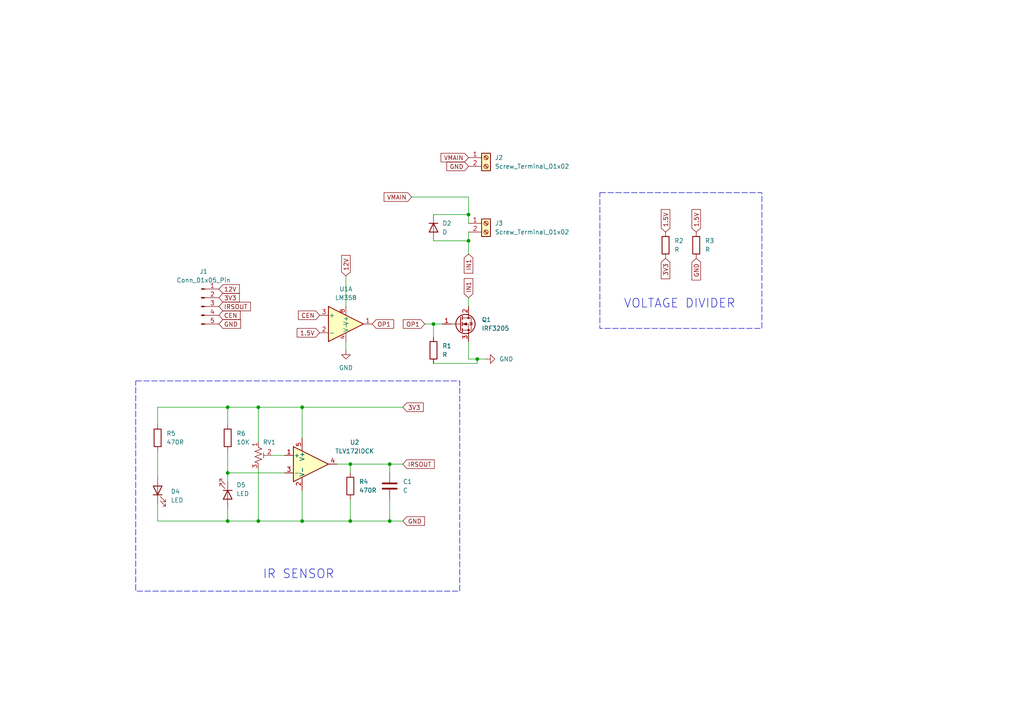
<source format=kicad_sch>
(kicad_sch (version 20231120) (generator "eeschema") (generator_version "8.0")
  (paper "A4")
  (lib_symbols
    (symbol "Amplifier_Operational:TLV172IDCK" (pin_names (offset 0.127))
      (property "Reference" "U" (at 7.62 2.54 0))
      (property "Value" "TLV172IDCK" (at 11.43 -2.54 0))
      (symbol "TLV172IDCK_0_1"
        (polyline (pts (xy -2.54 5.08) (xy -2.54 -5.08) (xy 7.62 0) (xy -2.54 5.08)) (stroke (width 0.254)) (fill (type background)))
      )
      (symbol "TLV172IDCK_1_1"
        (pin input line (at -5.08 2.54 0) (length 2.54) (name "+") (number "1"))
        (pin power_in line (at 0 -7.62 90) (length 3.81) (name "V-") (number "2"))
        (pin input line (at -5.08 -2.54 0) (length 2.54) (name "-") (number "3"))
        (pin output line (at 10.16 0 180) (length 2.54) (name "~") (number "4"))
        (pin power_in line (at 0 7.62 270) (length 3.81) (name "V+") (number "5"))
      )
    )
    (symbol "Connector:Conn_01x05_Pin" (pin_names (offset 1.016) hide)
      (property "Reference" "J" (at 0 7.62 0))
      (property "Value" "Conn_01x05_Pin" (at 0 -7.62 0))
      (symbol "Conn_01x05_Pin_1_1"
        (polyline (pts (xy 1.27 -5.08) (xy 0.8636 -5.08)) (stroke (width 0.1524)))
        (polyline (pts (xy 1.27 -2.54) (xy 0.8636 -2.54)) (stroke (width 0.1524)))
        (polyline (pts (xy 1.27 0) (xy 0.8636 0)) (stroke (width 0.1524)))
        (polyline (pts (xy 1.27 2.54) (xy 0.8636 2.54)) (stroke (width 0.1524)))
        (polyline (pts (xy 1.27 5.08) (xy 0.8636 5.08)) (stroke (width 0.1524)))
        (rectangle (start 0.8636 -4.953) (end 0 -5.207) (stroke (width 0.1524)) (fill (type outline)))
        (rectangle (start 0.8636 -2.413) (end 0 -2.667) (stroke (width 0.1524)) (fill (type outline)))
        (rectangle (start 0.8636 0.127) (end 0 -0.127) (stroke (width 0.1524)) (fill (type outline)))
        (rectangle (start 0.8636 2.667) (end 0 2.413) (stroke (width 0.1524)) (fill (type outline)))
        (rectangle (start 0.8636 5.207) (end 0 4.953) (stroke (width 0.1524)) (fill (type outline)))
        (pin passive line (at 5.08 5.08 180) (length 3.81) (name "Pin_1") (number "1"))
        (pin passive line (at 5.08 2.54 180) (length 3.81) (name "Pin_2") (number "2"))
        (pin passive line (at 5.08 0 180) (length 3.81) (name "Pin_3") (number "3"))
        (pin passive line (at 5.08 -2.54 180) (length 3.81) (name "Pin_4") (number "4"))
        (pin passive line (at 5.08 -5.08 180) (length 3.81) (name "Pin_5") (number "5"))
      )
    )
    (symbol "Connector:Screw_Terminal_01x02" (pin_names (offset 1.016) hide)
      (property "Reference" "J" (at 0 2.54 0))
      (property "Value" "Screw_Terminal_01x02" (at 0 -5.08 0))
      (symbol "Screw_Terminal_01x02_1_1"
        (rectangle (start -1.27 1.27) (end 1.27 -3.81) (stroke (width 0.254)) (fill (type background)))
        (circle (center 0 -2.54) (radius 0.635) (stroke (width 0.1524)))
        (polyline (pts (xy -0.5334 -2.2098) (xy 0.3302 -3.048)) (stroke (width 0.1524)))
        (polyline (pts (xy -0.5334 0.3302) (xy 0.3302 -0.508)) (stroke (width 0.1524)))
        (polyline (pts (xy -0.3556 -2.032) (xy 0.508 -2.8702)) (stroke (width 0.1524)))
        (polyline (pts (xy -0.3556 0.508) (xy 0.508 -0.3302)) (stroke (width 0.1524)))
        (circle (center 0 0) (radius 0.635) (stroke (width 0.1524)))
        (pin passive line (at -5.08 0 0) (length 3.81) (name "Pin_1") (number "1"))
        (pin passive line (at -5.08 -2.54 0) (length 3.81) (name "Pin_2") (number "2"))
      )
    )
    (symbol "Device:C" (pin_numbers hide) (pin_names (offset 0.254))
      (property "Reference" "C" (at 0.635 2.54 0))
      (property "Value" "C" (at 0.635 -2.54 0))
      (symbol "C_0_1"
        (polyline (pts (xy -2.032 -0.762) (xy 2.032 -0.762)) (stroke (width 0.508)))
        (polyline (pts (xy -2.032 0.762) (xy 2.032 0.762)) (stroke (width 0.508)))
      )
      (symbol "C_1_1"
        (pin passive line (at 0 3.81 270) (length 2.794) (name "~") (number "1"))
        (pin passive line (at 0 -3.81 90) (length 2.794) (name "~") (number "2"))
      )
    )
    (symbol "Device:D" (pin_numbers hide) (pin_names (offset 1.016) hide)
      (property "Reference" "D" (at 0 2.54 0))
      (property "Value" "D" (at 0 -2.54 0))
      (symbol "D_0_1"
        (polyline (pts (xy -1.27 1.27) (xy -1.27 -1.27)) (stroke (width 0.254)))
        (polyline (pts (xy 1.27 0) (xy -1.27 0)))
        (polyline (pts (xy 1.27 1.27) (xy 1.27 -1.27) (xy -1.27 0) (xy 1.27 1.27)) (stroke (width 0.254)))
      )
      (symbol "D_1_1"
        (pin passive line (at -3.81 0 0) (length 2.54) (name "K") (number "1"))
        (pin passive line (at 3.81 0 180) (length 2.54) (name "A") (number "2"))
      )
    )
    (symbol "Device:LED" (pin_numbers hide) (pin_names (offset 1.016) hide)
      (property "Reference" "D" (at 0 2.54 0))
      (property "Value" "LED" (at 0 -2.54 0))
      (symbol "LED_0_1"
        (polyline (pts (xy -1.27 -1.27) (xy -1.27 1.27)) (stroke (width 0.254)))
        (polyline (pts (xy -1.27 0) (xy 1.27 0)))
        (polyline (pts (xy 1.27 -1.27) (xy 1.27 1.27) (xy -1.27 0) (xy 1.27 -1.27)) (stroke (width 0.254)))
        (polyline (pts (xy -3.048 -0.762) (xy -4.572 -2.286) (xy -3.81 -2.286) (xy -4.572 -2.286) (xy -4.572 -1.524)))
        (polyline (pts (xy -1.778 -0.762) (xy -3.302 -2.286) (xy -2.54 -2.286) (xy -3.302 -2.286) (xy -3.302 -1.524)))
      )
      (symbol "LED_1_1"
        (pin passive line (at -3.81 0 0) (length 2.54) (name "K") (number "1"))
        (pin passive line (at 3.81 0 180) (length 2.54) (name "A") (number "2"))
      )
    )
    (symbol "Device:R" (pin_numbers hide) (pin_names (offset 0))
      (property "Reference" "R" (at 2.032 0 90))
      (property "Value" "R" (at 0 0 90))
      (symbol "R_0_1"
        (rectangle (start -1.016 -2.54) (end 1.016 2.54) (stroke (width 0.254)))
      )
      (symbol "R_1_1"
        (pin passive line (at 0 3.81 270) (length 1.27) (name "~") (number "1"))
        (pin passive line (at 0 -3.81 90) (length 1.27) (name "~") (number "2"))
      )
    )
    (symbol "Device:R_Potentiometer_Trim_US" (pin_names (offset 1.016) hide)
      (property "Reference" "RV" (at -4.445 0 90))
      (property "Value" "R_Potentiometer_Trim_US" (at -2.54 0 90))
      (symbol "R_Potentiometer_Trim_US_0_1"
        (polyline (pts (xy 0 -2.286) (xy 0 -2.54)))
        (polyline (pts (xy 0 2.286) (xy 0 2.54)))
        (polyline (pts (xy 1.524 0.762) (xy 1.524 -0.762)))
        (polyline (pts (xy 2.54 0) (xy 1.524 0)))
        (polyline (pts (xy 0 -0.762) (xy 1.016 -1.143) (xy 0 -1.524) (xy -1.016 -1.905) (xy 0 -2.286)))
        (polyline (pts (xy 0 0.762) (xy 1.016 0.381) (xy 0 0) (xy -1.016 -0.381) (xy 0 -0.762)))
        (polyline (pts (xy 0 2.286) (xy 1.016 1.905) (xy 0 1.524) (xy -1.016 1.143) (xy 0 0.762)))
      )
      (symbol "R_Potentiometer_Trim_US_1_1"
        (pin passive line (at 0 3.81 270) (length 1.27) (name "1") (number "1"))
        (pin passive line (at 3.81 0 180) (length 1.27) (name "2") (number "2"))
        (pin passive line (at 0 -3.81 90) (length 1.27) (name "3") (number "3"))
      )
    )
    (symbol "LM358_1" (pin_names (offset 0.127))
      (property "Reference" "U2" (at 0 10.16 0))
      (property "Value" "LM358" (at 0 7.62 0))
      (symbol "LM358_1_1_1"
        (polyline (pts (xy -5.08 5.08) (xy 5.08 0) (xy -5.08 -5.08) (xy -5.08 5.08)) (stroke (width 0.254)) (fill (type background)))
        (pin output line (at 7.62 0 180) (length 2.54) (name "~") (number "1"))
        (pin input line (at -7.62 -2.54 0) (length 2.54) (name "-") (number "2"))
        (pin input line (at -7.62 2.54 0) (length 2.54) (name "+") (number "3"))
        (pin power_in line (at 0 -5.08 90) (length 2.54) (name "V-") (number "4"))
        (pin power_in line (at 0 5.08 270) (length 2.54) (name "V+") (number "8"))
      )
      (symbol "LM358_1_2_1"
        (polyline (pts (xy -5.08 5.08) (xy 5.08 0) (xy -5.08 -5.08) (xy -5.08 5.08)) (stroke (width 0.254)) (fill (type background)))
        (pin input line (at -7.62 2.54 0) (length 2.54) (name "+") (number "5"))
        (pin input line (at -7.62 -2.54 0) (length 2.54) (name "-") (number "6"))
        (pin output line (at 7.62 0 180) (length 2.54) (name "~") (number "7"))
      )
      (symbol "LM358_1_3_1"
        (pin power_in line (at -2.54 -7.62 90) (length 3.81) (name "V-") (number "4"))
        (pin power_in line (at -2.54 7.62 270) (length 3.81) (name "V+") (number "8"))
      )
    )
    (symbol "Transistor_FET:IRF3205" (pin_names hide)
      (property "Reference" "Q" (at 5.08 1.905 0))
      (property "Value" "IRF3205" (at 5.08 0 0))
      (symbol "IRF3205_0_1"
        (polyline (pts (xy 0.254 0) (xy -2.54 0)))
        (polyline (pts (xy 0.254 1.905) (xy 0.254 -1.905)) (stroke (width 0.254)))
        (polyline (pts (xy 0.762 -1.27) (xy 0.762 -2.286)) (stroke (width 0.254)))
        (polyline (pts (xy 0.762 0.508) (xy 0.762 -0.508)) (stroke (width 0.254)))
        (polyline (pts (xy 0.762 2.286) (xy 0.762 1.27)) (stroke (width 0.254)))
        (polyline (pts (xy 2.54 2.54) (xy 2.54 1.778)))
        (polyline (pts (xy 2.54 -2.54) (xy 2.54 0) (xy 0.762 0)))
        (polyline (pts (xy 0.762 -1.778) (xy 3.302 -1.778) (xy 3.302 1.778) (xy 0.762 1.778)))
        (polyline (pts (xy 1.016 0) (xy 2.032 0.381) (xy 2.032 -0.381) (xy 1.016 0)) (fill (type outline)))
        (polyline (pts (xy 2.794 0.508) (xy 2.921 0.381) (xy 3.683 0.381) (xy 3.81 0.254)))
        (polyline (pts (xy 3.302 0.381) (xy 2.921 -0.254) (xy 3.683 -0.254) (xy 3.302 0.381)))
        (circle (center 1.651 0) (radius 2.794) (stroke (width 0.254)))
        (circle (center 2.54 -1.778) (radius 0.254) (fill (type outline)))
        (circle (center 2.54 1.778) (radius 0.254) (fill (type outline)))
      )
      (symbol "IRF3205_1_1"
        (pin input line (at -5.08 0 0) (length 2.54) (name "G") (number "1"))
        (pin passive line (at 2.54 5.08 270) (length 2.54) (name "D") (number "2"))
        (pin passive line (at 2.54 -5.08 90) (length 2.54) (name "S") (number "3"))
      )
    )
    (symbol "power:GND" (power) (pin_numbers hide) (pin_names (offset 0) hide)
      (property "Value" "GND" (at 0 -3.81 0))
      (symbol "GND_0_1"
        (polyline (pts (xy 0 0) (xy 0 -1.27) (xy 1.27 -1.27) (xy 0 -2.54) (xy -1.27 -1.27) (xy 0 -1.27)))
      )
      (symbol "GND_1_1"
        (pin power_in line (at 0 0 270) (length 0) (name "~") (number "1"))
      )
    )
  )
  (junction (at 101.6 134.62))
  (junction (at 101.6 151.13))
  (junction (at 66.04 137.16))
  (junction (at 74.93 118.11))
  (junction (at 66.04 118.11))
  (junction (at 66.04 151.13))
  (junction (at 87.63 151.13))
  (junction (at 135.89 62.23))
  (junction (at 74.93 151.13))
  (junction (at 113.03 151.13))
  (junction (at 138.43 104.14))
  (junction (at 113.03 134.62))
  (junction (at 135.89 69.85))
  (junction (at 87.63 118.11))
  (junction (at 125.73 93.98))
  (wire (pts (xy 45.72 151.13) (xy 66.04 151.13)))
  (wire (pts (xy 135.89 57.15) (xy 135.89 62.23)))
  (wire (pts (xy 125.73 105.41) (xy 138.43 105.41)))
  (wire (pts (xy 74.93 118.11) (xy 74.93 128.27)))
  (wire (pts (xy 74.93 135.89) (xy 74.93 151.13)))
  (wire (pts (xy 87.63 151.13) (xy 101.6 151.13)))
  (wire (pts (xy 97.79 134.62) (xy 101.6 134.62)))
  (wire (pts (xy 66.04 139.7) (xy 66.04 137.16)))
  (wire (pts (xy 135.89 86.36) (xy 135.89 88.9)))
  (wire (pts (xy 119.38 57.15) (xy 135.89 57.15)))
  (wire (pts (xy 116.84 118.11) (xy 87.63 118.11)))
  (wire (pts (xy 125.73 93.98) (xy 125.73 97.79)))
  (wire (pts (xy 125.73 69.85) (xy 135.89 69.85)))
  (wire (pts (xy 113.03 144.78) (xy 113.03 151.13)))
  (wire (pts (xy 135.89 62.23) (xy 135.89 64.77)))
  (wire (pts (xy 125.73 62.23) (xy 135.89 62.23)))
  (wire (pts (xy 135.89 69.85) (xy 135.89 73.66)))
  (wire (pts (xy 138.43 104.14) (xy 140.97 104.14)))
  (wire (pts (xy 113.03 151.13) (xy 116.84 151.13)))
  (wire (pts (xy 66.04 130.81) (xy 66.04 137.16)))
  (wire (pts (xy 45.72 146.05) (xy 45.72 151.13)))
  (wire (pts (xy 66.04 118.11) (xy 45.72 118.11)))
  (wire (pts (xy 78.74 132.08) (xy 82.55 132.08)))
  (wire (pts (xy 113.03 134.62) (xy 113.03 137.16)))
  (wire (pts (xy 45.72 118.11) (xy 45.72 123.19)))
  (wire (pts (xy 101.6 151.13) (xy 113.03 151.13)))
  (wire (pts (xy 101.6 134.62) (xy 101.6 137.16)))
  (wire (pts (xy 135.89 67.31) (xy 135.89 69.85)))
  (wire (pts (xy 135.89 104.14) (xy 138.43 104.14)))
  (wire (pts (xy 74.93 151.13) (xy 87.63 151.13)))
  (wire (pts (xy 113.03 134.62) (xy 116.84 134.62)))
  (wire (pts (xy 87.63 118.11) (xy 74.93 118.11)))
  (wire (pts (xy 66.04 118.11) (xy 66.04 123.19)))
  (wire (pts (xy 66.04 151.13) (xy 74.93 151.13)))
  (wire (pts (xy 74.93 118.11) (xy 66.04 118.11)))
  (wire (pts (xy 101.6 144.78) (xy 101.6 151.13)))
  (wire (pts (xy 66.04 147.32) (xy 66.04 151.13)))
  (wire (pts (xy 87.63 118.11) (xy 87.63 127)))
  (wire (pts (xy 125.73 93.98) (xy 128.27 93.98)))
  (wire (pts (xy 100.33 101.6) (xy 100.33 99.06)))
  (wire (pts (xy 100.33 80.01) (xy 100.33 88.9)))
  (wire (pts (xy 138.43 105.41) (xy 138.43 104.14)))
  (wire (pts (xy 101.6 134.62) (xy 113.03 134.62)))
  (wire (pts (xy 66.04 137.16) (xy 82.55 137.16)))
  (wire (pts (xy 87.63 142.24) (xy 87.63 151.13)))
  (wire (pts (xy 135.89 99.06) (xy 135.89 104.14)))
  (wire (pts (xy 45.72 130.81) (xy 45.72 138.43)))
  (wire (pts (xy 123.19 93.98) (xy 125.73 93.98)))
  (rectangle (start 173.99 55.88) (end 220.98 95.25) (stroke (width 0) (type dash)))
  (rectangle (start 39.37 110.49) (end 133.35 171.45) (stroke (width 0) (type dash)))
  (text "VOLTAGE DIVIDER" (at 197.104 88.138 0) (effects (font (size 2.54 2.54))))
  (text "IR SENSOR" (at 86.614 166.624 0) (effects (font (size 2.54 2.54))))
  (global_label "1.5V" (shape input) (at 193.04 67.31 90) (property "Intersheetrefs" "${INTERSHEET_REFS}" (effects (hide yes))))
  (global_label "12V" (shape input) (at 63.5 83.82 0) (property "Intersheetrefs" "${INTERSHEET_REFS}" (effects (hide yes))))
  (global_label "OP1" (shape input) (at 123.19 93.98 180) (property "Intersheetrefs" "${INTERSHEET_REFS}" (effects (hide yes))))
  (global_label "GND" (shape input) (at 116.84 151.13 0) (property "Intersheetrefs" "${INTERSHEET_REFS}" (effects (hide yes))))
  (global_label "3V3" (shape input) (at 63.5 86.36 0) (property "Intersheetrefs" "${INTERSHEET_REFS}" (effects (hide yes))))
  (global_label "OP1" (shape input) (at 107.95 93.98 0) (property "Intersheetrefs" "${INTERSHEET_REFS}" (effects (hide yes))))
  (global_label "IRSOUT" (shape input) (at 116.84 134.62 0) (property "Intersheetrefs" "${INTERSHEET_REFS}" (effects (hide yes))))
  (global_label "GND" (shape input) (at 135.89 48.26 180) (property "Intersheetrefs" "${INTERSHEET_REFS}" (effects (hide yes))))
  (global_label "CEN" (shape input) (at 92.71 91.44 180) (property "Intersheetrefs" "${INTERSHEET_REFS}" (effects (hide yes))))
  (global_label "3V3" (shape input) (at 193.04 74.93 270) (property "Intersheetrefs" "${INTERSHEET_REFS}" (effects (hide yes))))
  (global_label "VMAIN" (shape input) (at 119.38 57.15 180) (property "Intersheetrefs" "${INTERSHEET_REFS}" (effects (hide yes))))
  (global_label "GND" (shape input) (at 201.93 74.93 270) (property "Intersheetrefs" "${INTERSHEET_REFS}" (effects (hide yes))))
  (global_label "12V" (shape input) (at 100.33 80.01 90) (property "Intersheetrefs" "${INTERSHEET_REFS}" (effects (hide yes))))
  (global_label "3V3" (shape input) (at 116.84 118.11 0) (property "Intersheetrefs" "${INTERSHEET_REFS}" (effects (hide yes))))
  (global_label "GND" (shape input) (at 63.5 93.98 0) (property "Intersheetrefs" "${INTERSHEET_REFS}" (effects (hide yes))))
  (global_label "1.5V" (shape input) (at 201.93 67.31 90) (property "Intersheetrefs" "${INTERSHEET_REFS}" (effects (hide yes))))
  (global_label "VMAIN" (shape input) (at 135.89 45.72 180) (property "Intersheetrefs" "${INTERSHEET_REFS}" (effects (hide yes))))
  (global_label "IRSOUT" (shape input) (at 63.5 88.9 0) (property "Intersheetrefs" "${INTERSHEET_REFS}" (effects (hide yes))))
  (global_label "IN1" (shape input) (at 135.89 86.36 90) (property "Intersheetrefs" "${INTERSHEET_REFS}" (effects (hide yes))))
  (global_label "IN1" (shape input) (at 135.89 73.66 270) (property "Intersheetrefs" "${INTERSHEET_REFS}" (effects (hide yes))))
  (global_label "CEN" (shape input) (at 63.5 91.44 0) (property "Intersheetrefs" "${INTERSHEET_REFS}" (effects (hide yes))))
  (global_label "1.5V" (shape input) (at 92.71 96.52 180) (property "Intersheetrefs" "${INTERSHEET_REFS}" (effects (hide yes))))
  (symbol (lib_id "Connector:Screw_Terminal_01x02") (at 140.97 45.72 0) (unit 1)
    (property "Reference" "J2" (at 143.51 45.7199 0) (effects (justify left)))
    (property "Value" "Screw_Terminal_01x02" (at 143.51 48.2599 0) (effects (justify left)))
    (property "Footprint" "TerminalBlock:TerminalBlock_Xinya_XY308-2.54-2P_1x02_P2.54mm_Horizontal" (effects (hide yes)))
    (property "Description" "Generic screw terminal, single row, 01x02, script generated (kicad-library-utils/schlib/autogen/connector/)" (effects (hide yes)))
  )
  (symbol (lib_id "Amplifier_Operational:TLV172IDCK") (at 87.63 134.62 0) (unit 1)
    (property "Reference" "U2" (at 102.87 128.3014 0))
    (property "Value" "TLV172IDCK" (at 102.87 130.8414 0))
    (property "Footprint" "Package_TO_SOT_SMD:SOT-353_SC-70-5" (effects (hide yes)))
    (property "Datasheet" "http://www.ti.com/lit/ds/symlink/tlv172.pdf" (effects (hide yes)))
    (property "Description" "Low-power Operational Amplifier, SOT-353" (effects (hide yes)))
  )
  (symbol (lib_id "Device:LED") (at 45.72 142.24 90) (unit 1)
    (property "Reference" "D4" (at 49.53 142.5574 90) (effects (justify right)))
    (property "Value" "LED" (at 49.53 145.0974 90) (effects (justify right)))
    (property "Footprint" "LED_THT:LED_D3.0mm" (effects (hide yes)))
    (property "Description" "Light emitting diode" (effects (hide yes)))
  )
  (symbol (lib_id "Device:R") (at 66.04 127 0) (unit 1)
    (property "Reference" "R6" (at 68.58 125.7299 0) (effects (justify left)))
    (property "Value" "10K" (at 68.58 128.2699 0) (effects (justify left)))
    (property "Footprint" "Resistor_SMD:R_0603_1608Metric" (effects (hide yes)))
    (property "Description" "Resistor" (effects (hide yes)))
  )
  (symbol (lib_id "Device:D") (at 125.73 66.04 270) (unit 1)
    (property "Reference" "D2" (at 128.27 64.7699 90) (effects (justify left)))
    (property "Value" "D" (at 128.27 67.3099 90) (effects (justify left)))
    (property "Footprint" "Diode_SMD:D_0603_1608Metric" (effects (hide yes)))
    (property "Description" "Diode" (effects (hide yes)))
    (property "Sim.Device" "D" (effects (hide yes)))
    (property "Sim.Pins" "1=K 2=A" (effects (hide yes)))
  )
  (symbol (lib_id "power:GND") (at 100.33 101.6 0) (unit 1)
    (property "Reference" "#PWR02" (effects (hide yes)))
    (property "Value" "GND" (at 100.33 106.68 0))
    (property "Description" "Power symbol creates a global label with name \"GND\" , ground" (effects (hide yes)))
  )
  (symbol (lib_id "Connector:Conn_01x05_Pin") (at 58.42 88.9 0) (unit 1)
    (property "Reference" "J1" (at 59.055 78.74 0))
    (property "Value" "Conn_01x05_Pin" (at 59.055 81.28 0))
    (property "Footprint" "Connector_JST:JST_XH_B5B-XH-AM_1x05_P2.50mm_Vertical" (effects (hide yes)))
    (property "Description" "Generic connector, single row, 01x05, script generated" (effects (hide yes)))
  )
  (symbol (lib_id "Connector:Screw_Terminal_01x02") (at 140.97 64.77 0) (unit 1)
    (property "Reference" "J3" (at 143.51 64.7699 0) (effects (justify left)))
    (property "Value" "Screw_Terminal_01x02" (at 143.51 67.3099 0) (effects (justify left)))
    (property "Footprint" "TerminalBlock:TerminalBlock_Xinya_XY308-2.54-2P_1x02_P2.54mm_Horizontal" (effects (hide yes)))
    (property "Description" "Generic screw terminal, single row, 01x02, script generated (kicad-library-utils/schlib/autogen/connector/)" (effects (hide yes)))
  )
  (symbol (lib_id "Device:R") (at 101.6 140.97 0) (unit 1)
    (property "Reference" "R4" (at 104.14 139.6999 0) (effects (justify left)))
    (property "Value" "470R" (at 104.14 142.2399 0) (effects (justify left)))
    (property "Footprint" "Resistor_SMD:R_0603_1608Metric" (effects (hide yes)))
    (property "Description" "Resistor" (effects (hide yes)))
  )
  (symbol (lib_id "Device:LED") (at 66.04 143.51 270) (unit 1)
    (property "Reference" "D5" (at 68.58 140.6524 90) (effects (justify left)))
    (property "Value" "LED" (at 68.58 143.1924 90) (effects (justify left)))
    (property "Footprint" "LED_THT:LED_D3.0mm" (effects (hide yes)))
    (property "Description" "Light emitting diode" (effects (hide yes)))
  )
  (symbol (lib_id "power:GND") (at 140.97 104.14 90) (unit 1)
    (property "Reference" "#PWR03" (effects (hide yes)))
    (property "Value" "GND" (at 144.78 104.1399 90) (effects (justify right)))
    (property "Description" "Power symbol creates a global label with name \"GND\" , ground" (effects (hide yes)))
  )
  (symbol (lib_id "Device:R") (at 193.04 71.12 0) (unit 1)
    (property "Reference" "R2" (at 195.58 69.8499 0) (effects (justify left)))
    (property "Value" "R" (at 195.58 72.3899 0) (effects (justify left)))
    (property "Footprint" "Resistor_SMD:R_0603_1608Metric" (effects (hide yes)))
    (property "Description" "Resistor" (effects (hide yes)))
  )
  (symbol (lib_id "Device:R_Potentiometer_Trim_US") (at 74.93 132.08 0) (unit 1)
    (property "Reference" "RV1" (at 80.01 128.27 0) (effects (justify right)))
    (property "Value" "R_Potentiometer_Trim_US" (effects (hide yes)))
    (property "Footprint" "Potentiometer_SMD:Potentiometer_Bourns_3214J_Horizontal" (effects (hide yes)))
    (property "Description" "Trim-potentiometer, US symbol" (effects (hide yes)))
  )
  (symbol (lib_id "Device:R") (at 125.73 101.6 0) (unit 1)
    (property "Reference" "R1" (at 128.27 100.3299 0) (effects (justify left)))
    (property "Value" "R" (at 128.27 102.8699 0) (effects (justify left)))
    (property "Footprint" "Resistor_SMD:R_0603_1608Metric" (effects (hide yes)))
    (property "Description" "Resistor" (effects (hide yes)))
  )
  (symbol (lib_id "Device:C") (at 113.03 140.97 0) (unit 1)
    (property "Reference" "C1" (at 116.84 139.6999 0) (effects (justify left)))
    (property "Value" "C" (at 116.84 142.2399 0) (effects (justify left)))
    (property "Footprint" "Capacitor_SMD:C_0603_1608Metric" (effects (hide yes)))
    (property "Description" "Unpolarized capacitor" (effects (hide yes)))
  )
  (symbol (lib_id "Device:R") (at 45.72 127 0) (unit 1)
    (property "Reference" "R5" (at 48.26 125.7299 0) (effects (justify left)))
    (property "Value" "470R" (at 48.26 128.2699 0) (effects (justify left)))
    (property "Footprint" "Resistor_SMD:R_0603_1608Metric" (effects (hide yes)))
    (property "Description" "Resistor" (effects (hide yes)))
  )
  (symbol (lib_id "Device:R") (at 201.93 71.12 0) (unit 1)
    (property "Reference" "R3" (at 204.47 69.8499 0) (effects (justify left)))
    (property "Value" "R" (at 204.47 72.3899 0) (effects (justify left)))
    (property "Footprint" "Resistor_SMD:R_0603_1608Metric" (effects (hide yes)))
    (property "Description" "Resistor" (effects (hide yes)))
  )
  (symbol (lib_name "LM358_1") (lib_id "Amplifier_Operational:LM358") (at 100.33 93.98 0) (unit 1)
    (property "Reference" "U1" (at 100.33 83.82 0))
    (property "Value" "LM358" (at 100.33 86.36 0))
    (property "Footprint" "Package_DIP:DIP-8_W7.62mm" (effects (hide yes)))
    (property "Datasheet" "http://www.ti.com/lit/ds/symlink/lm2904-n.pdf" (effects (hide yes)))
    (property "Description" "Low-Power, Dual Operational Amplifiers, DIP-8/SOIC-8/TO-99-8" (effects (hide yes)))
  )
  (symbol (lib_id "Transistor_FET:IRF3205") (at 133.35 93.98 0) (unit 1)
    (property "Reference" "Q1" (at 139.7 92.7099 0) (effects (justify left)))
    (property "Value" "IRF3205" (at 139.7 95.2499 0) (effects (justify left)))
    (property "Footprint" "Package_TO_SOT_THT:TO-220-3_Vertical" (effects (hide yes)))
    (property "Datasheet" "http://www.irf.com/product-info/datasheets/data/irf3205.pdf" (effects (hide yes)))
    (property "Description" "110A Id, 55V Vds, Single N-Channel HEXFET Power MOSFET, 8mOhm Ron, TO-220AB" (effects (hide yes)))
  )
)
</source>
